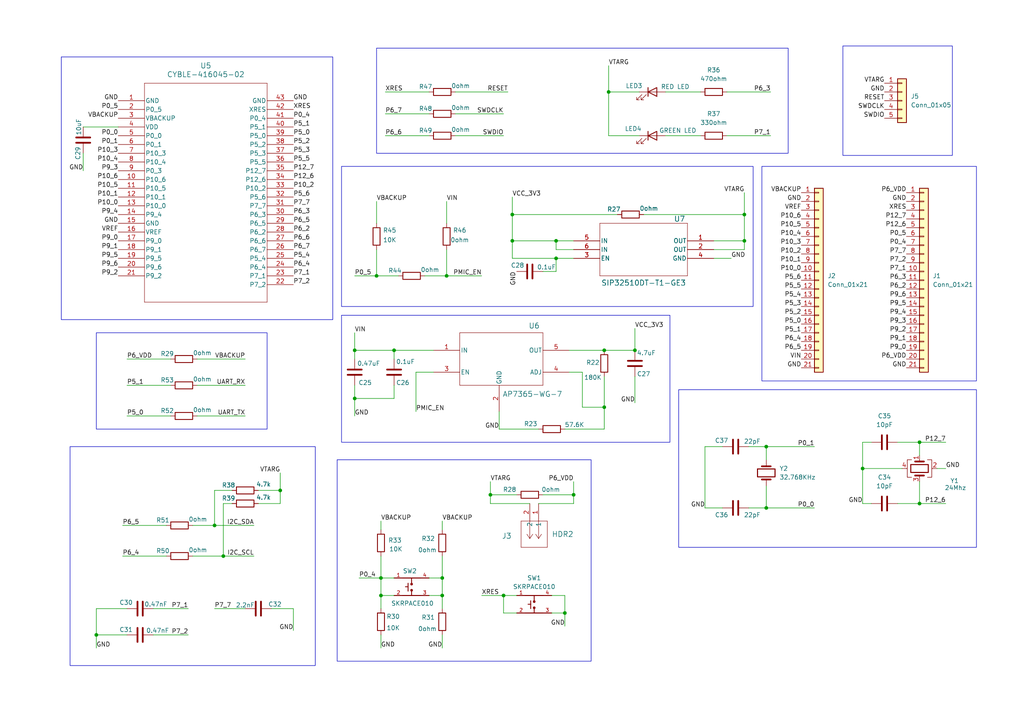
<source format=kicad_sch>
(kicad_sch (version 20250114) (generator "eeschema") (generator_version "9.0")
  (paper "A4")
  (lib_symbols
    (symbol "Connector_Generic:Conn_01x05" (pin_names (offset 1.016) (hide yes))
      (property "Reference" "J" (at 0 7.62 0))
      (property "Value" "Conn_01x05" (at 0 -7.62 0))
      (symbol "Conn_01x05_1_1"
        (rectangle (start -1.27 6.35) (end 1.27 -6.35) (stroke (width 0.254)) (fill (type background)))
        (rectangle (start -1.27 5.207) (end 0 4.953) (stroke (width 0.1524)))
        (rectangle (start -1.27 2.667) (end 0 2.413) (stroke (width 0.1524)))
        (rectangle (start -1.27 0.127) (end 0 -0.127) (stroke (width 0.1524)))
        (rectangle (start -1.27 -2.413) (end 0 -2.667) (stroke (width 0.1524)))
        (rectangle (start -1.27 -4.953) (end 0 -5.207) (stroke (width 0.1524)))
        (pin passive line (at -5.08 5.08 0) (length 3.81) (name "Pin_1") (number "1"))
        (pin passive line (at -5.08 2.54 0) (length 3.81) (name "Pin_2") (number "2"))
        (pin passive line (at -5.08 0 0) (length 3.81) (name "Pin_3") (number "3"))
        (pin passive line (at -5.08 -2.54 0) (length 3.81) (name "Pin_4") (number "4"))
        (pin passive line (at -5.08 -5.08 0) (length 3.81) (name "Pin_5") (number "5"))
      )
    )
    (symbol "Connector_Generic:Conn_01x21" (pin_names (offset 1.016) (hide yes))
      (property "Reference" "J" (at 0 27.94 0))
      (property "Value" "Conn_01x21" (at 0 -27.94 0))
      (symbol "Conn_01x21_1_1"
        (rectangle (start -1.27 26.67) (end 1.27 -26.67) (stroke (width 0.254)) (fill (type background)))
        (rectangle (start -1.27 25.527) (end 0 25.273) (stroke (width 0.1524)))
        (rectangle (start -1.27 22.987) (end 0 22.733) (stroke (width 0.1524)))
        (rectangle (start -1.27 20.447) (end 0 20.193) (stroke (width 0.1524)))
        (rectangle (start -1.27 17.907) (end 0 17.653) (stroke (width 0.1524)))
        (rectangle (start -1.27 15.367) (end 0 15.113) (stroke (width 0.1524)))
        (rectangle (start -1.27 12.827) (end 0 12.573) (stroke (width 0.1524)))
        (rectangle (start -1.27 10.287) (end 0 10.033) (stroke (width 0.1524)))
        (rectangle (start -1.27 7.747) (end 0 7.493) (stroke (width 0.1524)))
        (rectangle (start -1.27 5.207) (end 0 4.953) (stroke (width 0.1524)))
        (rectangle (start -1.27 2.667) (end 0 2.413) (stroke (width 0.1524)))
        (rectangle (start -1.27 0.127) (end 0 -0.127) (stroke (width 0.1524)))
        (rectangle (start -1.27 -2.413) (end 0 -2.667) (stroke (width 0.1524)))
        (rectangle (start -1.27 -4.953) (end 0 -5.207) (stroke (width 0.1524)))
        (rectangle (start -1.27 -7.493) (end 0 -7.747) (stroke (width 0.1524)))
        (rectangle (start -1.27 -10.033) (end 0 -10.287) (stroke (width 0.1524)))
        (rectangle (start -1.27 -12.573) (end 0 -12.827) (stroke (width 0.1524)))
        (rectangle (start -1.27 -15.113) (end 0 -15.367) (stroke (width 0.1524)))
        (rectangle (start -1.27 -17.653) (end 0 -17.907) (stroke (width 0.1524)))
        (rectangle (start -1.27 -20.193) (end 0 -20.447) (stroke (width 0.1524)))
        (rectangle (start -1.27 -22.733) (end 0 -22.987) (stroke (width 0.1524)))
        (rectangle (start -1.27 -25.273) (end 0 -25.527) (stroke (width 0.1524)))
        (pin passive line (at -5.08 25.4 0) (length 3.81) (name "Pin_1") (number "1"))
        (pin passive line (at -5.08 22.86 0) (length 3.81) (name "Pin_2") (number "2"))
        (pin passive line (at -5.08 20.32 0) (length 3.81) (name "Pin_3") (number "3"))
        (pin passive line (at -5.08 17.78 0) (length 3.81) (name "Pin_4") (number "4"))
        (pin passive line (at -5.08 15.24 0) (length 3.81) (name "Pin_5") (number "5"))
        (pin passive line (at -5.08 12.7 0) (length 3.81) (name "Pin_6") (number "6"))
        (pin passive line (at -5.08 10.16 0) (length 3.81) (name "Pin_7") (number "7"))
        (pin passive line (at -5.08 7.62 0) (length 3.81) (name "Pin_8") (number "8"))
        (pin passive line (at -5.08 5.08 0) (length 3.81) (name "Pin_9") (number "9"))
        (pin passive line (at -5.08 2.54 0) (length 3.81) (name "Pin_10") (number "10"))
        (pin passive line (at -5.08 0 0) (length 3.81) (name "Pin_11") (number "11"))
        (pin passive line (at -5.08 -2.54 0) (length 3.81) (name "Pin_12") (number "12"))
        (pin passive line (at -5.08 -5.08 0) (length 3.81) (name "Pin_13") (number "13"))
        (pin passive line (at -5.08 -7.62 0) (length 3.81) (name "Pin_14") (number "14"))
        (pin passive line (at -5.08 -10.16 0) (length 3.81) (name "Pin_15") (number "15"))
        (pin passive line (at -5.08 -12.7 0) (length 3.81) (name "Pin_16") (number "16"))
        (pin passive line (at -5.08 -15.24 0) (length 3.81) (name "Pin_17") (number "17"))
        (pin passive line (at -5.08 -17.78 0) (length 3.81) (name "Pin_18") (number "18"))
        (pin passive line (at -5.08 -20.32 0) (length 3.81) (name "Pin_19") (number "19"))
        (pin passive line (at -5.08 -22.86 0) (length 3.81) (name "Pin_20") (number "20"))
        (pin passive line (at -5.08 -25.4 0) (length 3.81) (name "Pin_21") (number "21"))
      )
    )
    (symbol "Device:C" (pin_numbers (hide yes)) (pin_names (offset 0.254))
      (property "Reference" "C" (at 0.635 2.54 0))
      (property "Value" "C" (at 0.635 -2.54 0))
      (symbol "C_0_1"
        (polyline (pts (xy -2.032 0.762) (xy 2.032 0.762)) (stroke (width 0.508)))
        (polyline (pts (xy -2.032 -0.762) (xy 2.032 -0.762)) (stroke (width 0.508)))
      )
      (symbol "C_1_1"
        (pin passive line (at 0 3.81 270) (length 2.794) (name "~") (number "1"))
        (pin passive line (at 0 -3.81 90) (length 2.794) (name "~") (number "2"))
      )
    )
    (symbol "Device:Crystal" (pin_numbers (hide yes)) (pin_names (offset 1.016) (hide yes))
      (property "Reference" "Y" (at 0 3.81 0))
      (property "Value" "Crystal" (at 0 -3.81 0))
      (symbol "Crystal_0_1"
        (polyline (pts (xy -2.54 0) (xy -1.905 0)))
        (polyline (pts (xy -1.905 -1.27) (xy -1.905 1.27)) (stroke (width 0.508)))
        (rectangle (start -1.143 2.54) (end 1.143 -2.54) (stroke (width 0.3048)))
        (polyline (pts (xy 1.905 -1.27) (xy 1.905 1.27)) (stroke (width 0.508)))
        (polyline (pts (xy 2.54 0) (xy 1.905 0)))
      )
      (symbol "Crystal_1_1"
        (pin passive line (at -3.81 0 0) (length 1.27) (name "1") (number "1"))
        (pin passive line (at 3.81 0 180) (length 1.27) (name "2") (number "2"))
      )
    )
    (symbol "Device:Crystal_GND24" (pin_names (offset 1.016) (hide yes))
      (property "Reference" "Y" (at 3.175 5.08 0))
      (property "Value" "Crystal_GND24" (at 3.175 3.175 0))
      (symbol "Crystal_GND24_0_1"
        (polyline (pts (xy -2.54 2.286) (xy -2.54 3.556) (xy 2.54 3.556) (xy 2.54 2.286)))
        (polyline (pts (xy -2.54 0) (xy -2.032 0)))
        (polyline (pts (xy -2.54 -2.286) (xy -2.54 -3.556) (xy 2.54 -3.556) (xy 2.54 -2.286)))
        (polyline (pts (xy -2.032 -1.27) (xy -2.032 1.27)) (stroke (width 0.508)))
        (rectangle (start -1.143 2.54) (end 1.143 -2.54) (stroke (width 0.3048)))
        (polyline (pts (xy 0 3.556) (xy 0 3.81)))
        (polyline (pts (xy 0 -3.81) (xy 0 -3.556)))
        (polyline (pts (xy 2.032 0) (xy 2.54 0)))
        (polyline (pts (xy 2.032 -1.27) (xy 2.032 1.27)) (stroke (width 0.508)))
      )
      (symbol "Crystal_GND24_1_1"
        (pin passive line (at -3.81 0 0) (length 1.27) (name "1") (number "1"))
        (pin passive line (at 0 5.08 270) (length 1.27) (name "2") (number "2"))
        (pin passive line (at 0 -5.08 90) (length 1.27) (name "4") (number "4"))
        (pin passive line (at 3.81 0 180) (length 1.27) (name "3") (number "3"))
      )
    )
    (symbol "Device:LED" (pin_numbers (hide yes)) (pin_names (offset 1.016) (hide yes))
      (property "Reference" "D" (at 0 2.54 0))
      (property "Value" "LED" (at 0 -2.54 0))
      (symbol "LED_0_1"
        (polyline (pts (xy -3.048 -0.762) (xy -4.572 -2.286) (xy -3.81 -2.286) (xy -4.572 -2.286) (xy -4.572 -1.524)))
        (polyline (pts (xy -1.778 -0.762) (xy -3.302 -2.286) (xy -2.54 -2.286) (xy -3.302 -2.286) (xy -3.302 -1.524)))
        (polyline (pts (xy -1.27 0) (xy 1.27 0)))
        (polyline (pts (xy -1.27 -1.27) (xy -1.27 1.27)) (stroke (width 0.254)))
        (polyline (pts (xy 1.27 -1.27) (xy 1.27 1.27) (xy -1.27 0) (xy 1.27 -1.27)) (stroke (width 0.254)))
      )
      (symbol "LED_1_1"
        (pin passive line (at -3.81 0 0) (length 2.54) (name "K") (number "1"))
        (pin passive line (at 3.81 0 180) (length 2.54) (name "A") (number "2"))
      )
    )
    (symbol "Device:R" (pin_numbers (hide yes)) (pin_names (offset 0))
      (property "Reference" "R" (at 2.032 0 90))
      (property "Value" "R" (at 0 0 90))
      (symbol "R_0_1"
        (rectangle (start -1.016 -2.54) (end 1.016 2.54) (stroke (width 0.254)))
      )
      (symbol "R_1_1"
        (pin passive line (at 0 3.81 270) (length 1.27) (name "~") (number "1"))
        (pin passive line (at 0 -3.81 90) (length 1.27) (name "~") (number "2"))
      )
    )
    (symbol "LED_1" (pin_numbers (hide yes)) (pin_names (offset 1.016) (hide yes))
      (property "Reference" "D" (at 0 2.54 0))
      (property "Value" "LED" (at 0 -2.54 0))
      (symbol "LED_1_0_1"
        (polyline (pts (xy -3.048 -0.762) (xy -4.572 -2.286) (xy -3.81 -2.286) (xy -4.572 -2.286) (xy -4.572 -1.524)))
        (polyline (pts (xy -1.778 -0.762) (xy -3.302 -2.286) (xy -2.54 -2.286) (xy -3.302 -2.286) (xy -3.302 -1.524)))
        (polyline (pts (xy -1.27 0) (xy 1.27 0)))
        (polyline (pts (xy -1.27 -1.27) (xy -1.27 1.27)) (stroke (width 0.254)))
        (polyline (pts (xy 1.27 -1.27) (xy 1.27 1.27) (xy -1.27 0) (xy 1.27 -1.27)) (stroke (width 0.254)))
      )
      (symbol "LED_1_1_1"
        (pin passive line (at -3.81 0 0) (length 2.54) (name "K") (number "1"))
        (pin passive line (at 3.81 0 180) (length 2.54) (name "A") (number "2"))
      )
    )
    (symbol "New_Library:AP7365-WG-7" (pin_names (offset 0.254))
      (property "Reference" "U" (at 27.94 1.778 0))
      (property "Value" "AP7365-WG-7" (at 28.194 -2.032 0))
      (symbol "AP7365-WG-7_0_1"
        (polyline (pts (xy 16.51 5.08) (xy 16.51 -10.16)) (stroke (width 0.127)))
        (polyline (pts (xy 16.51 -10.16) (xy 40.64 -10.16)) (stroke (width 0.127)))
        (polyline (pts (xy 40.64 5.08) (xy 16.51 5.08)) (stroke (width 0.127)))
        (polyline (pts (xy 40.64 -10.16) (xy 40.64 5.08)) (stroke (width 0.127)))
        (pin input line (at 8.89 0 0) (length 7.62) (name "IN") (number "1"))
        (pin unspecified line (at 8.89 -6.35 0) (length 7.62) (name "EN") (number "3"))
      )
      (symbol "AP7365-WG-7_1_1"
        (pin unspecified line (at 27.94 -17.78 90) (length 7.62) (name "GND") (number "2"))
        (pin unspecified line (at 48.26 0 180) (length 7.62) (name "OUT") (number "5"))
        (pin unspecified line (at 48.26 -6.35 180) (length 7.62) (name "ADJ") (number "4"))
      )
    )
    (symbol "myLibrary:961102-6404-AR" (pin_names (offset 0.254))
      (property "Reference" "J" (at 8.89 6.35 0))
      (property "Value" "961102-6404-AR" (at 0 0 0))
      (symbol "961102-6404-AR_1_1"
        (polyline (pts (xy 5.08 2.54) (xy 5.08 -5.08)) (stroke (width 0.127)))
        (polyline (pts (xy 5.08 -5.08) (xy 12.7 -5.08)) (stroke (width 0.127)))
        (polyline (pts (xy 10.16 0) (xy 5.08 0)) (stroke (width 0.127)))
        (polyline (pts (xy 10.16 0) (xy 8.89 0.8467)) (stroke (width 0.127)))
        (polyline (pts (xy 10.16 0) (xy 8.89 -0.8467)) (stroke (width 0.127)))
        (polyline (pts (xy 10.16 -2.54) (xy 5.08 -2.54)) (stroke (width 0.127)))
        (polyline (pts (xy 10.16 -2.54) (xy 8.89 -1.6933)) (stroke (width 0.127)))
        (polyline (pts (xy 10.16 -2.54) (xy 8.89 -3.3867)) (stroke (width 0.127)))
        (polyline (pts (xy 12.7 2.54) (xy 5.08 2.54)) (stroke (width 0.127)))
        (polyline (pts (xy 12.7 -5.08) (xy 12.7 2.54)) (stroke (width 0.127)))
        (pin unspecified line (at 0 0 0) (length 5.08) (name "1") (number "1"))
        (pin unspecified line (at 0 -2.54 0) (length 5.08) (name "2") (number "2"))
      )
      (symbol "961102-6404-AR_1_2"
        (polyline (pts (xy 5.08 2.54) (xy 5.08 -5.08)) (stroke (width 0.127)))
        (polyline (pts (xy 5.08 -5.08) (xy 12.7 -5.08)) (stroke (width 0.127)))
        (polyline (pts (xy 7.62 0) (xy 5.08 0)) (stroke (width 0.127)))
        (polyline (pts (xy 7.62 0) (xy 8.89 0.8467)) (stroke (width 0.127)))
        (polyline (pts (xy 7.62 0) (xy 8.89 -0.8467)) (stroke (width 0.127)))
        (polyline (pts (xy 7.62 -2.54) (xy 5.08 -2.54)) (stroke (width 0.127)))
        (polyline (pts (xy 7.62 -2.54) (xy 8.89 -1.6933)) (stroke (width 0.127)))
        (polyline (pts (xy 7.62 -2.54) (xy 8.89 -3.3867)) (stroke (width 0.127)))
        (polyline (pts (xy 12.7 2.54) (xy 5.08 2.54)) (stroke (width 0.127)))
        (polyline (pts (xy 12.7 -5.08) (xy 12.7 2.54)) (stroke (width 0.127)))
        (pin unspecified line (at 0 0 0) (length 5.08) (name "1") (number "1"))
        (pin unspecified line (at 0 -2.54 0) (length 5.08) (name "2") (number "2"))
      )
    )
    (symbol "myLibrary:CYBLE-416045-02" (pin_names (offset 0.254))
      (property "Reference" "U" (at 25.4 10.16 0))
      (property "Value" "CYBLE-416045-02" (at 25.4 7.62 0))
      (symbol "CYBLE-416045-02_0_1"
        (polyline (pts (xy 7.62 5.08) (xy 7.62 -58.42)) (stroke (width 0.127)))
        (polyline (pts (xy 7.62 -58.42) (xy 43.18 -58.42)) (stroke (width 0.127)))
        (polyline (pts (xy 43.18 5.08) (xy 7.62 5.08)) (stroke (width 0.127)))
        (polyline (pts (xy 43.18 -58.42) (xy 43.18 5.08)) (stroke (width 0.127)))
        (pin bidirectional line (at 0 -2.54 0) (length 7.62) (name "P0_5") (number "2"))
        (pin bidirectional line (at 0 -10.16 0) (length 7.62) (name "P0_0") (number "5"))
        (pin bidirectional line (at 0 -12.7 0) (length 7.62) (name "P0_1") (number "6"))
        (pin bidirectional line (at 0 -15.24 0) (length 7.62) (name "P10_3") (number "7"))
        (pin bidirectional line (at 0 -17.78 0) (length 7.62) (name "P10_4") (number "8"))
        (pin bidirectional line (at 0 -20.32 0) (length 7.62) (name "P0_3") (number "9"))
        (pin bidirectional line (at 0 -22.86 0) (length 7.62) (name "P10_6") (number "10"))
        (pin bidirectional line (at 0 -25.4 0) (length 7.62) (name "P10_5") (number "11"))
        (pin bidirectional line (at 0 -27.94 0) (length 7.62) (name "P10_1") (number "12"))
        (pin bidirectional line (at 0 -30.48 0) (length 7.62) (name "P10_0") (number "13"))
        (pin bidirectional line (at 0 -33.02 0) (length 7.62) (name "P9_4") (number "14"))
        (pin bidirectional line (at 0 -40.64 0) (length 7.62) (name "P9_0") (number "17"))
        (pin bidirectional line (at 0 -43.18 0) (length 7.62) (name "P9_1") (number "18"))
        (pin bidirectional line (at 0 -45.72 0) (length 7.62) (name "P9_5") (number "19"))
        (pin bidirectional line (at 0 -48.26 0) (length 7.62) (name "P9_6") (number "20"))
        (pin bidirectional line (at 0 -50.8 0) (length 7.62) (name "P9_2") (number "21"))
        (pin unspecified line (at 50.8 -2.54 180) (length 7.62) (name "XRES") (number "42"))
        (pin bidirectional line (at 50.8 -5.08 180) (length 7.62) (name "P0_4") (number "41"))
        (pin bidirectional line (at 50.8 -7.62 180) (length 7.62) (name "P5_1") (number "40"))
        (pin bidirectional line (at 50.8 -10.16 180) (length 7.62) (name "P5_0") (number "39"))
        (pin bidirectional line (at 50.8 -12.7 180) (length 7.62) (name "P5_2") (number "38"))
        (pin bidirectional line (at 50.8 -15.24 180) (length 7.62) (name "P5_3") (number "37"))
        (pin bidirectional line (at 50.8 -17.78 180) (length 7.62) (name "P5_5") (number "36"))
        (pin bidirectional line (at 50.8 -20.32 180) (length 7.62) (name "P12_7") (number "35"))
        (pin bidirectional line (at 50.8 -22.86 180) (length 7.62) (name "P12_6") (number "34"))
        (pin bidirectional line (at 50.8 -25.4 180) (length 7.62) (name "P10_2") (number "33"))
        (pin bidirectional line (at 50.8 -27.94 180) (length 7.62) (name "P5_6") (number "32"))
        (pin bidirectional line (at 50.8 -30.48 180) (length 7.62) (name "P7_7") (number "31"))
        (pin bidirectional line (at 50.8 -33.02 180) (length 7.62) (name "P6_3") (number "30"))
        (pin bidirectional line (at 50.8 -35.56 180) (length 7.62) (name "P6_5") (number "29"))
        (pin bidirectional line (at 50.8 -38.1 180) (length 7.62) (name "P6_2") (number "28"))
        (pin bidirectional line (at 50.8 -40.64 180) (length 7.62) (name "P6_6") (number "27"))
        (pin bidirectional line (at 50.8 -43.18 180) (length 7.62) (name "P6_7") (number "26"))
        (pin bidirectional line (at 50.8 -45.72 180) (length 7.62) (name "P5_4") (number "25"))
        (pin bidirectional line (at 50.8 -48.26 180) (length 7.62) (name "P6_4") (number "24"))
        (pin bidirectional line (at 50.8 -50.8 180) (length 7.62) (name "P7_1") (number "23"))
        (pin bidirectional line (at 50.8 -53.34 180) (length 7.62) (name "P7_2") (number "22"))
      )
      (symbol "CYBLE-416045-02_1_1"
        (pin unspecified line (at 0 0 0) (length 7.62) (name "GND") (number "1"))
        (pin unspecified line (at 0 -5.08 0) (length 7.62) (name "VBACKUP") (number "3"))
        (pin unspecified line (at 0 -7.62 0) (length 7.62) (name "VDD") (number "4"))
        (pin unspecified line (at 0 -35.56 0) (length 7.62) (name "GND") (number "15"))
        (pin unspecified line (at 0 -38.1 0) (length 7.62) (name "VREF") (number "16"))
        (pin unspecified line (at 50.8 0 180) (length 7.62) (name "GND") (number "43"))
      )
    )
    (symbol "myLibrary:SIP32510DT-T1-GE3" (pin_names (offset 0.254))
      (property "Reference" "U" (at 20.32 10.16 0))
      (property "Value" "SIP32510DT-T1-GE3" (at 20.32 7.62 0))
      (symbol "SIP32510DT-T1-GE3_0_1"
        (polyline (pts (xy 7.62 5.08) (xy 7.62 -10.16)) (stroke (width 0.127)))
        (polyline (pts (xy 7.62 -10.16) (xy 33.02 -10.16)) (stroke (width 0.127)))
        (polyline (pts (xy 33.02 5.08) (xy 7.62 5.08)) (stroke (width 0.127)))
        (polyline (pts (xy 33.02 -10.16) (xy 33.02 5.08)) (stroke (width 0.127)))
        (pin unspecified line (at 0 -5.08 0) (length 7.62) (name "EN") (number "3"))
        (pin power_out line (at 40.64 -5.08 180) (length 7.62) (name "GND") (number "4"))
      )
      (symbol "SIP32510DT-T1-GE3_1_1"
        (pin unspecified line (at 0 0 0) (length 7.62) (name "IN") (number "5"))
        (pin output line (at 0 -2.54 0) (length 7.62) (name "IN") (number "6"))
        (pin input line (at 40.64 0 180) (length 7.62) (name "OUT") (number "1"))
        (pin input line (at 40.64 -2.54 180) (length 7.62) (name "OUT") (number "2"))
      )
    )
    (symbol "myLibrary:SKRPACE010" (pin_names (offset 1.016))
      (property "Reference" "S" (at -2.5431 5.0863 0))
      (property "Value" "SKRPACE010" (at -2.5442 -5.0884 0))
      (symbol "SKRPACE010_0_0"
        (polyline (pts (xy -5.08 2.54) (xy 5.08 2.54)) (stroke (width 0.254)))
        (polyline (pts (xy -2.54 2.54) (xy 0 2.54)) (stroke (width 0.254)))
        (polyline (pts (xy -2.54 -2.54) (xy 0 -2.54)) (stroke (width 0.254)))
        (polyline (pts (xy -1.016 1.016) (xy -1.016 0)) (stroke (width 0.254)))
        (polyline (pts (xy -1.016 0) (xy -1.778 0)) (stroke (width 0.254)))
        (polyline (pts (xy -1.016 0) (xy -1.016 -1.27)) (stroke (width 0.254)))
        (polyline (pts (xy 0 2.54) (xy 2.54 2.54)) (stroke (width 0.254)))
        (circle (center 0 0.762) (radius 0.254) (stroke (width 0.254)))
        (polyline (pts (xy 0 0.762) (xy 0 2.54)) (stroke (width 0.254)))
        (polyline (pts (xy 0 -1.016) (xy 0 -2.54)) (stroke (width 0.254)))
        (circle (center 0 -1.016) (radius 0.254) (stroke (width 0.254)))
        (polyline (pts (xy 0 -2.54) (xy 2.54 -2.54)) (stroke (width 0.254)))
        (polyline (pts (xy 5.08 -2.54) (xy -5.08 -2.54)) (stroke (width 0.254)))
        (pin bidirectional line (at -5.08 2.54 0) (length 2.54) (name "~") (number "1"))
      )
      (symbol "SKRPACE010_1_0"
        (pin bidirectional line (at -5.08 -2.54 0) (length 2.54) (name "~") (number "2"))
        (pin bidirectional line (at 5.08 2.54 180) (length 2.54) (name "~") (number "4"))
        (pin bidirectional line (at 5.08 -2.54 180) (length 2.54) (name "~") (number "3"))
      )
    )
  )
  (rectangle (start 20.32 129.54) (end 91.44 193.04))
  (rectangle (start 220.98 48.26) (end 283.21 110.49))
  (rectangle (start 17.78 16.51) (end 96.52 92.71))
  (rectangle (start 109.22 13.97) (end 228.6 44.45))
  (rectangle (start 97.79 133.35) (end 171.45 191.77))
  (rectangle (start 27.94 96.52) (end 77.47 124.46))
  (rectangle (start 99.06 91.44) (end 194.31 128.27))
  (rectangle (start 196.85 113.03) (end 283.21 158.75))
  (rectangle (start 244.475 13.335) (end 276.225 45.085))
  (rectangle (start 99.06 48.26) (end 218.44 88.9))
  (junction (at 148.59 69.85))
  (junction (at 175.26 101.6))
  (junction (at 102.87 101.6))
  (junction (at 128.27 172.72))
  (junction (at 163.83 177.8))
  (junction (at 27.94 184.15))
  (junction (at 64.77 161.29))
  (junction (at 81.28 142.24))
  (junction (at 110.49 172.72))
  (junction (at 146.05 172.72))
  (junction (at 166.37 143.51))
  (junction (at 62.23 152.4))
  (junction (at 222.25 129.54))
  (junction (at 109.22 80.01))
  (junction (at 129.54 80.01))
  (junction (at 266.7 128.27))
  (junction (at 148.59 62.23))
  (junction (at 102.87 115.57))
  (junction (at 266.7 146.05))
  (junction (at 128.27 167.64))
  (junction (at 161.29 69.85))
  (junction (at 215.9 69.85))
  (junction (at 175.26 118.11))
  (junction (at 184.15 101.6))
  (junction (at 114.3 101.6))
  (junction (at 110.49 167.64))
  (junction (at 161.29 74.93))
  (junction (at 222.25 147.32))
  (junction (at 250.19 135.89))
  (junction (at 215.9 62.23))
  (junction (at 142.24 143.51))
  (junction (at 176.53 26.67))
  (wire (pts (xy 176.53 26.67) (xy 185.42 26.67)))
  (wire (pts (xy 129.54 80.01) (xy 139.7 80.01)))
  (wire (pts (xy 161.29 69.85) (xy 148.59 69.85)))
  (wire (pts (xy 128.27 151.13) (xy 128.27 153.67)))
  (wire (pts (xy 74.93 146.05) (xy 81.28 146.05)))
  (wire (pts (xy 266.7 146.05) (xy 260.35 146.05)))
  (wire (pts (xy 175.26 101.6) (xy 184.15 101.6)))
  (wire (pts (xy 109.22 80.01) (xy 115.57 80.01)))
  (wire (pts (xy 102.87 80.01) (xy 109.22 80.01)))
  (wire (pts (xy 114.3 101.6) (xy 125.73 101.6)))
  (wire (pts (xy 175.26 109.22) (xy 175.26 118.11)))
  (wire (pts (xy 128.27 172.72) (xy 124.46 172.72)))
  (wire (pts (xy 57.15 111.76) (xy 71.12 111.76)))
  (wire (pts (xy 81.28 142.24) (xy 81.28 146.05)))
  (wire (pts (xy 27.94 184.15) (xy 27.94 187.96)))
  (wire (pts (xy 160.02 177.8) (xy 163.83 177.8)))
  (wire (pts (xy 64.77 146.05) (xy 67.31 146.05)))
  (wire (pts (xy 165.1 107.95) (xy 168.91 107.95)))
  (wire (pts (xy 62.23 152.4) (xy 73.66 152.4)))
  (wire (pts (xy 161.29 74.93) (xy 161.29 78.74)))
  (wire (pts (xy 193.04 39.37) (xy 203.2 39.37)))
  (wire (pts (xy 144.78 124.46) (xy 156.21 124.46)))
  (wire (pts (xy 210.82 39.37) (xy 223.52 39.37)))
  (wire (pts (xy 207.01 69.85) (xy 215.9 69.85)))
  (wire (pts (xy 123.19 80.01) (xy 129.54 80.01)))
  (wire (pts (xy 166.37 143.51) (xy 166.37 146.05)))
  (wire (pts (xy 161.29 69.85) (xy 161.29 72.39)))
  (wire (pts (xy 132.08 26.67) (xy 147.32 26.67)))
  (wire (pts (xy 222.25 140.97) (xy 222.25 147.32)))
  (wire (pts (xy 146.05 172.72) (xy 146.05 177.8)))
  (wire (pts (xy 148.59 62.23) (xy 148.59 69.85)))
  (wire (pts (xy 210.82 26.67) (xy 223.52 26.67)))
  (wire (pts (xy 110.49 172.72) (xy 110.49 176.53)))
  (wire (pts (xy 176.53 26.67) (xy 176.53 39.37)))
  (wire (pts (xy 27.94 176.53) (xy 27.94 184.15)))
  (wire (pts (xy 266.7 128.27) (xy 266.7 132.08)))
  (wire (pts (xy 215.9 69.85) (xy 215.9 72.39)))
  (wire (pts (xy 142.24 143.51) (xy 149.86 143.51)))
  (wire (pts (xy 160.02 172.72) (xy 163.83 172.72)))
  (wire (pts (xy 157.48 143.51) (xy 166.37 143.51)))
  (wire (pts (xy 129.54 72.39) (xy 129.54 80.01)))
  (wire (pts (xy 153.67 146.05) (xy 142.24 146.05)))
  (wire (pts (xy 111.76 26.67) (xy 124.46 26.67)))
  (wire (pts (xy 204.47 147.32) (xy 209.55 147.32)))
  (wire (pts (xy 81.28 137.16) (xy 81.28 142.24)))
  (wire (pts (xy 114.3 104.14) (xy 114.3 101.6)))
  (wire (pts (xy 184.15 109.22) (xy 184.15 116.84)))
  (wire (pts (xy 222.25 129.54) (xy 236.22 129.54)))
  (wire (pts (xy 163.83 172.72) (xy 163.83 177.8)))
  (wire (pts (xy 109.22 58.42) (xy 109.22 64.77)))
  (wire (pts (xy 217.17 147.32) (xy 222.25 147.32)))
  (wire (pts (xy 128.27 167.64) (xy 128.27 172.72)))
  (wire (pts (xy 111.76 33.02) (xy 124.46 33.02)))
  (wire (pts (xy 166.37 69.85) (xy 161.29 69.85)))
  (wire (pts (xy 193.04 26.67) (xy 203.2 26.67)))
  (wire (pts (xy 185.42 39.37) (xy 176.53 39.37)))
  (wire (pts (xy 204.47 129.54) (xy 204.47 147.32)))
  (wire (pts (xy 109.22 72.39) (xy 109.22 80.01)))
  (wire (pts (xy 271.78 135.89) (xy 274.32 135.89)))
  (wire (pts (xy 35.56 161.29) (xy 48.26 161.29)))
  (wire (pts (xy 129.54 58.42) (xy 129.54 64.77)))
  (wire (pts (xy 102.87 104.14) (xy 102.87 101.6)))
  (wire (pts (xy 250.19 135.89) (xy 250.19 146.05)))
  (wire (pts (xy 128.27 187.96) (xy 128.27 184.15)))
  (wire (pts (xy 102.87 96.52) (xy 102.87 101.6)))
  (wire (pts (xy 124.46 167.64) (xy 128.27 167.64)))
  (wire (pts (xy 110.49 161.29) (xy 110.49 167.64)))
  (wire (pts (xy 215.9 72.39) (xy 207.01 72.39)))
  (wire (pts (xy 144.78 119.38) (xy 144.78 124.46)))
  (wire (pts (xy 104.14 167.64) (xy 110.49 167.64)))
  (wire (pts (xy 64.77 161.29) (xy 73.66 161.29)))
  (wire (pts (xy 250.19 135.89) (xy 261.62 135.89)))
  (wire (pts (xy 176.53 19.05) (xy 176.53 26.67)))
  (wire (pts (xy 148.59 62.23) (xy 179.07 62.23)))
  (wire (pts (xy 163.83 124.46) (xy 175.26 124.46)))
  (wire (pts (xy 110.49 187.96) (xy 110.49 184.15)))
  (wire (pts (xy 102.87 101.6) (xy 114.3 101.6)))
  (wire (pts (xy 142.24 146.05) (xy 142.24 143.51)))
  (wire (pts (xy 36.83 176.53) (xy 27.94 176.53)))
  (wire (pts (xy 252.73 128.27) (xy 250.19 128.27)))
  (wire (pts (xy 55.88 161.29) (xy 64.77 161.29)))
  (wire (pts (xy 128.27 172.72) (xy 128.27 176.53)))
  (wire (pts (xy 62.23 142.24) (xy 67.31 142.24)))
  (wire (pts (xy 222.25 129.54) (xy 222.25 133.35)))
  (wire (pts (xy 165.1 101.6) (xy 175.26 101.6)))
  (wire (pts (xy 222.25 147.32) (xy 236.22 147.32)))
  (wire (pts (xy 85.09 176.53) (xy 85.09 182.88)))
  (wire (pts (xy 110.49 151.13) (xy 110.49 153.67)))
  (wire (pts (xy 166.37 139.7) (xy 166.37 143.51)))
  (wire (pts (xy 111.76 39.37) (xy 124.46 39.37)))
  (wire (pts (xy 217.17 129.54) (xy 222.25 129.54)))
  (wire (pts (xy 120.65 107.95) (xy 120.65 119.38)))
  (wire (pts (xy 148.59 57.15) (xy 148.59 62.23)))
  (wire (pts (xy 35.56 152.4) (xy 48.26 152.4)))
  (wire (pts (xy 250.19 128.27) (xy 250.19 135.89)))
  (wire (pts (xy 266.7 128.27) (xy 274.32 128.27)))
  (wire (pts (xy 148.59 74.93) (xy 161.29 74.93)))
  (wire (pts (xy 27.94 184.15) (xy 36.83 184.15)))
  (wire (pts (xy 62.23 152.4) (xy 62.23 142.24)))
  (wire (pts (xy 128.27 161.29) (xy 128.27 167.64)))
  (wire (pts (xy 168.91 107.95) (xy 168.91 118.11)))
  (wire (pts (xy 24.13 44.45) (xy 24.13 49.53)))
  (wire (pts (xy 36.83 120.65) (xy 49.53 120.65)))
  (wire (pts (xy 62.23 176.53) (xy 71.12 176.53)))
  (wire (pts (xy 125.73 107.95) (xy 120.65 107.95)))
  (wire (pts (xy 215.9 62.23) (xy 215.9 69.85)))
  (wire (pts (xy 110.49 172.72) (xy 114.3 172.72)))
  (wire (pts (xy 132.08 39.37) (xy 146.05 39.37)))
  (wire (pts (xy 260.35 128.27) (xy 266.7 128.27)))
  (wire (pts (xy 64.77 161.29) (xy 64.77 146.05)))
  (wire (pts (xy 168.91 118.11) (xy 175.26 118.11)))
  (wire (pts (xy 114.3 115.57) (xy 102.87 115.57)))
  (wire (pts (xy 139.7 172.72) (xy 146.05 172.72)))
  (wire (pts (xy 266.7 139.7) (xy 266.7 146.05)))
  (wire (pts (xy 57.15 104.14) (xy 71.12 104.14)))
  (wire (pts (xy 142.24 143.51) (xy 142.24 139.7)))
  (wire (pts (xy 102.87 115.57) (xy 102.87 111.76)))
  (wire (pts (xy 74.93 142.24) (xy 81.28 142.24)))
  (wire (pts (xy 184.15 95.25) (xy 184.15 101.6)))
  (wire (pts (xy 207.01 74.93) (xy 212.09 74.93)))
  (wire (pts (xy 44.45 184.15) (xy 54.61 184.15)))
  (wire (pts (xy 102.87 115.57) (xy 102.87 120.65)))
  (wire (pts (xy 132.08 33.02) (xy 146.05 33.02)))
  (wire (pts (xy 146.05 177.8) (xy 149.86 177.8)))
  (wire (pts (xy 161.29 74.93) (xy 166.37 74.93)))
  (wire (pts (xy 209.55 129.54) (xy 204.47 129.54)))
  (wire (pts (xy 157.48 78.74) (xy 161.29 78.74)))
  (wire (pts (xy 114.3 111.76) (xy 114.3 115.57)))
  (wire (pts (xy 149.86 172.72) (xy 146.05 172.72)))
  (wire (pts (xy 175.26 118.11) (xy 175.26 124.46)))
  (wire (pts (xy 186.69 62.23) (xy 215.9 62.23)))
  (wire (pts (xy 24.13 36.83) (xy 34.29 36.83)))
  (wire (pts (xy 110.49 167.64) (xy 110.49 172.72)))
  (wire (pts (xy 78.74 176.53) (xy 85.09 176.53)))
  (wire (pts (xy 36.83 104.14) (xy 49.53 104.14)))
  (wire (pts (xy 114.3 167.64) (xy 110.49 167.64)))
  (wire (pts (xy 215.9 55.88) (xy 215.9 62.23)))
  (wire (pts (xy 55.88 152.4) (xy 62.23 152.4)))
  (wire (pts (xy 36.83 111.76) (xy 49.53 111.76)))
  (wire (pts (xy 250.19 146.05) (xy 252.73 146.05)))
  (wire (pts (xy 44.45 176.53) (xy 54.61 176.53)))
  (wire (pts (xy 266.7 146.05) (xy 274.32 146.05)))
  (wire (pts (xy 163.83 177.8) (xy 163.83 181.61)))
  (wire (pts (xy 148.59 69.85) (xy 148.59 74.93)))
  (wire (pts (xy 57.15 120.65) (xy 71.12 120.65)))
  (wire (pts (xy 161.29 72.39) (xy 166.37 72.39)))
  (wire (pts (xy 156.21 146.05) (xy 166.37 146.05)))
  (label "P5_4" (at 85.09 74.93 0))
  (label "VIN" (at 102.87 96.52 0))
  (label "P6_VDD" (at 262.89 104.14 180))
  (label "GND" (at 149.86 78.74 270))
  (label "GND" (at 232.41 106.68 180))
  (label "VREF" (at 34.29 67.31 180))
  (label "P0_5" (at 262.89 68.58 180))
  (label "P5_3" (at 232.41 88.9 180))
  (label "P9_6" (at 262.89 86.36 180))
  (label "P6_5" (at 35.56 152.4 0))
  (label "P6_3" (at 262.89 81.28 180))
  (label "VCC_3V3" (at 148.59 57.15 0))
  (label "GND" (at 212.09 74.93 0))
  (label "P7_7" (at 262.89 73.66 180))
  (label "P9_0" (at 262.89 101.6 180))
  (label "P9_1" (at 34.29 72.39 180))
  (label "GND" (at 110.49 187.96 0))
  (label "P5_4" (at 232.41 86.36 180))
  (label "GND" (at 102.87 120.65 0))
  (label "P0_1" (at 236.22 129.54 180))
  (label "P5_6" (at 85.09 57.15 0))
  (label "P0_5" (at 102.87 80.01 0))
  (label "P10_6" (at 232.41 63.5 180))
  (label "GND" (at 250.19 146.05 180))
  (label "P10_3" (at 34.29 44.45 180))
  (label "GND" (at 204.47 147.32 180))
  (label "VTARG" (at 81.28 137.16 180))
  (label "GND" (at 85.09 29.21 0))
  (label "P9_0" (at 34.29 69.85 180))
  (label "P6_2" (at 262.89 83.82 180))
  (label "XRES" (at 85.09 31.75 0))
  (label "P0_4" (at 85.09 34.29 0))
  (label "P7_1" (at 54.61 176.53 180))
  (label "PMIC_EN" (at 120.65 119.38 0))
  (label "P6_VDD" (at 36.83 104.14 0))
  (label "P9_2" (at 262.89 96.52 180))
  (label "P10_1" (at 232.41 76.2 180))
  (label "P7_7" (at 85.09 59.69 0))
  (label "P5_1" (at 36.83 111.76 0))
  (label "VBACKUP" (at 110.49 151.13 0))
  (label "P9_3" (at 262.89 93.98 180))
  (label "VCC_3V3" (at 184.15 95.25 0))
  (label "P5_1" (at 85.09 36.83 0))
  (label "VBACKUP" (at 232.41 55.88 180))
  (label "P6_VDD" (at 166.37 139.7 180))
  (label "GND" (at 163.83 181.61 180))
  (label "XRES" (at 111.76 26.67 0))
  (label "P0_1" (at 34.29 41.91 180))
  (label "P7_1" (at 262.89 78.74 180))
  (label "P0_5" (at 34.29 31.75 180))
  (label "P10_3" (at 232.41 71.12 180))
  (label "P10_4" (at 232.41 68.58 180))
  (label "VBACKUP" (at 71.12 104.14 180))
  (label "UART_RX" (at 71.12 111.76 180))
  (label "GND" (at 34.29 64.77 180))
  (label "P5_2" (at 232.41 91.44 180))
  (label "GND" (at 144.78 124.46 180))
  (label "P12_7" (at 262.89 63.5 180))
  (label "VTARG" (at 215.9 55.88 180))
  (label "P10_2" (at 232.41 73.66 180))
  (label "GND" (at 256.54 26.67 180))
  (label "P7_1" (at 85.09 80.01 0))
  (label "VIN" (at 129.54 58.42 0))
  (label "P6_5" (at 85.09 64.77 0))
  (label "P10_2" (at 85.09 54.61 0))
  (label "SWDIO" (at 146.05 39.37 180))
  (label "XRES" (at 262.89 60.96 180))
  (label "P0_4" (at 104.14 167.64 0))
  (label "P7_7" (at 62.23 176.53 0))
  (label "VTARG" (at 256.54 24.13 180))
  (label "P5_2" (at 85.09 41.91 0))
  (label "P5_5" (at 232.41 83.82 180))
  (label "P6_7" (at 85.09 72.39 0))
  (label "P5_1" (at 232.41 96.52 180))
  (label "VBACKUP" (at 128.27 151.13 0))
  (label "P5_0" (at 232.41 93.98 180))
  (label "P10_6" (at 34.29 52.07 180))
  (label "P6_4" (at 232.41 99.06 180))
  (label "P10_1" (at 34.29 57.15 180))
  (label "GND" (at 262.89 58.42 180))
  (label "P6_6" (at 111.76 39.37 0))
  (label "P12_7" (at 274.32 128.27 180))
  (label "P9_5" (at 34.29 74.93 180))
  (label "P7_2" (at 85.09 82.55 0))
  (label "P9_6" (at 34.29 77.47 180))
  (label "P7_2" (at 262.89 76.2 180))
  (label "I2C_SCL" (at 73.66 161.29 180))
  (label "P6_5" (at 232.41 101.6 180))
  (label "P10_5" (at 232.41 66.04 180))
  (label "P6_7" (at 111.76 33.02 0))
  (label "GND" (at 262.89 106.68 180))
  (label "GND" (at 85.09 182.88 180))
  (label "SWDCLK" (at 146.05 33.02 180))
  (label "P12_7" (at 85.09 49.53 0))
  (label "P9_2" (at 34.29 80.01 180))
  (label "P5_6" (at 232.41 81.28 180))
  (label "GND" (at 232.41 58.42 180))
  (label "P6_4" (at 85.09 77.47 0))
  (label "GND" (at 274.32 135.89 0))
  (label "P10_5" (at 34.29 54.61 180))
  (label "SWDIO" (at 256.54 34.29 180))
  (label "P10_0" (at 34.29 59.69 180))
  (label "P0_0" (at 236.22 147.32 180))
  (label "P9_4" (at 262.89 91.44 180))
  (label "P0_0" (at 34.29 39.37 180))
  (label "XRES" (at 139.7 172.72 0))
  (label "P5_5" (at 85.09 46.99 0))
  (label "GND" (at 27.94 187.96 0))
  (label "P6_4" (at 35.56 161.29 0))
  (label "VTARG" (at 142.24 139.7 0))
  (label "P10_0" (at 232.41 78.74 180))
  (label "P6_3" (at 223.52 26.67 180))
  (label "P5_0" (at 36.83 120.65 0))
  (label "P9_3" (at 34.29 49.53 180))
  (label "P6_3" (at 85.09 62.23 0))
  (label "P0_4" (at 262.89 71.12 180))
  (label "P6_VDD" (at 262.89 55.88 180))
  (label "VBACKUP" (at 109.22 58.42 0))
  (label "VTARG" (at 176.53 19.05 0))
  (label "PMIC_EN" (at 139.7 80.01 180))
  (label "P12_6" (at 85.09 52.07 0))
  (label "VBACKUP" (at 34.29 34.29 180))
  (label "P12_6" (at 274.32 146.05 180))
  (label "P6_2" (at 85.09 67.31 0))
  (label "GND" (at 24.13 49.53 180))
  (label "P9_1" (at 262.89 99.06 180))
  (label "SWDCLK" (at 256.54 31.75 180))
  (label "VREF" (at 232.41 60.96 180))
  (label "UART_TX" (at 71.12 120.65 180))
  (label "P9_5" (at 262.89 88.9 180))
  (label "P7_2" (at 54.61 184.15 180))
  (label "GND" (at 128.27 187.96 180))
  (label "P12_6" (at 262.89 66.04 180))
  (label "P10_4" (at 34.29 46.99 180))
  (label "VIN" (at 232.41 104.14 180))
  (label "RESET" (at 147.32 26.67 180))
  (label "I2C_SDA" (at 73.66 152.4 180))
  (label "GND" (at 184.15 116.84 180))
  (label "P9_4" (at 34.29 62.23 180))
  (label "P5_0" (at 85.09 39.37 0))
  (label "P5_3" (at 85.09 44.45 0))
  (label "GND" (at 34.29 29.21 180))
  (label "P7_1" (at 223.52 39.37 180))
  (label "P6_6" (at 85.09 69.85 0))
  (label "RESET" (at 256.54 29.21 180))
  (symbol (lib_id "Device:R") (at 119.38 80.01 90) (unit 1)
    (property "Reference" "R44" (at 114.554 78.486 90))
    (property "Value" "0ohm" (at 124.714 78.232 90))
    (property "Footprint" "Library:RES_R0603_ROM" (effects (hide yes)))
    (property "Description" "Resistor" (effects (hide yes)))
  )
  (symbol (lib_id "Device:R") (at 175.26 105.41 180) (unit 1)
    (property "Reference" "R22" (at 171.958 105.156 0))
    (property "Value" "180K" (at 171.958 109.474 0))
    (property "Footprint" "Library:RES_R0603_ROM" (effects (hide yes)))
    (property "Description" "Resistor" (effects (hide yes)))
  )
  (symbol (lib_id "Connector_Generic:Conn_01x05") (at 261.62 29.21 0) (unit 1)
    (property "Reference" "J5" (at 264.16 27.9399 0) (effects (justify left)))
    (property "Value" "Conn_01x05" (at 264.16 30.4799 0) (effects (justify left)))
    (property "Footprint" "A_Library:CONN_SD-42375-001_M240_05_MOL" (effects (hide yes)))
    (property "Description" "Generic connector, single row, 01x05, script generated (kicad-library-utils/schlib/autogen/connector/)" (effects (hide yes)))
  )
  (symbol (lib_id "Device:R") (at 128.27 157.48 180) (unit 1)
    (property "Reference" "R32" (at 124.206 156.21 0))
    (property "Value" "0ohm" (at 123.952 159.512 0))
    (property "Footprint" "Library:RES_R0603_ROM" (effects (hide yes)))
    (property "Description" "Resistor" (effects (hide yes)))
  )
  (symbol (lib_id "Device:R") (at 53.34 104.14 90) (unit 1)
    (property "Reference" "R29" (at 48.514 102.616 90))
    (property "Value" "0ohm" (at 58.674 102.362 90))
    (property "Footprint" "Library:RES_R0603_ROM" (effects (hide yes)))
    (property "Description" "Resistor" (effects (hide yes)))
  )
  (symbol (lib_id "Device:R") (at 53.34 111.76 90) (unit 1)
    (property "Reference" "R53" (at 48.514 110.236 90))
    (property "Value" "0ohm" (at 58.674 109.982 90))
    (property "Footprint" "Library:RES_R0603_ROM" (effects (hide yes)))
    (property "Description" "Resistor" (effects (hide yes)))
  )
  (symbol (lib_id "Device:R") (at 71.12 142.24 90) (unit 1)
    (property "Reference" "R38" (at 66.294 140.716 90))
    (property "Value" "4.7k" (at 76.454 140.462 90))
    (property "Footprint" "Library:RES_R0603_ROM" (effects (hide yes)))
    (property "Description" "Resistor" (effects (hide yes)))
  )
  (symbol (lib_id "Connector_Generic:Conn_01x21") (at 237.49 81.28 0) (unit 1)
    (property "Reference" "J2" (at 240.03 80.0099 0) (effects (justify left)))
    (property "Value" "Conn_01x21" (at 240.03 82.5499 0) (effects (justify left)))
    (property "Footprint" "A_Library:SAMTEC_TSW-121-08-G-S" (effects (hide yes)))
    (property "Description" "Generic connector, single row, 01x21, script generated (kicad-library-utils/schlib/autogen/connector/)" (effects (hide yes)))
  )
  (symbol (lib_id "Device:R") (at 153.67 143.51 90) (unit 1)
    (property "Reference" "R28" (at 147.828 141.986 90))
    (property "Value" "0ohm" (at 159.766 141.986 90))
    (property "Footprint" "Library:RES_R0603_ROM" (effects (hide yes)))
    (property "Description" "Resistor" (effects (hide yes)))
  )
  (symbol (lib_id "New_Library:AP7365-WG-7") (at 116.84 101.6 0) (unit 1)
    (property "Reference" "U6" (at 154.94 94.488 0) (effects (font (size 1.524 1.524))))
    (property "Value" "AP7365-WG-7" (at 154.432 114.3 0) (effects (font (size 1.524 1.524))))
    (property "Footprint" "A_Library:SOT25_DIO" (effects (hide yes)))
    (property "Datasheet" "AP7365-WG-7" (effects (hide yes)))
  )
  (symbol (lib_id "Device:R") (at 128.27 180.34 180) (unit 1)
    (property "Reference" "R31" (at 124.206 179.07 0))
    (property "Value" "0ohm" (at 123.952 182.372 0))
    (property "Footprint" "Library:RES_R0603_ROM" (effects (hide yes)))
    (property "Description" "Resistor" (effects (hide yes)))
  )
  (symbol (lib_id "Device:R") (at 110.49 157.48 180) (unit 1)
    (property "Reference" "R33" (at 114.554 156.718 0))
    (property "Value" "10K" (at 114.808 159.258 0))
    (property "Footprint" "Library:RES_R0603_ROM" (effects (hide yes)))
    (property "Description" "Resistor" (effects (hide yes)))
  )
  (symbol (lib_id "Device:C") (at 256.54 146.05 90) (unit 1)
    (property "Reference" "C34" (at 256.54 138.43 90))
    (property "Value" "10pF" (at 256.54 140.97 90))
    (property "Footprint" "Capacitor_SMD:C_0603_1608Metric_Pad1.08x0.95mm_HandSolder" (effects (hide yes)))
    (property "Description" "Unpolarized capacitor" (effects (hide yes)))
  )
  (symbol (lib_id "Device:R") (at 110.49 180.34 180) (unit 1)
    (property "Reference" "R30" (at 114.046 178.816 0))
    (property "Value" "10K" (at 114.046 182.118 0))
    (property "Footprint" "Library:RES_R0603_ROM" (effects (hide yes)))
    (property "Description" "Resistor" (effects (hide yes)))
  )
  (symbol (lib_id "Device:R") (at 128.27 39.37 90) (unit 1)
    (property "Reference" "R49" (at 123.444 37.846 90))
    (property "Value" "0ohm" (at 133.604 37.592 90))
    (property "Footprint" "Library:RES_R0603_ROM" (effects (hide yes)))
    (property "Description" "Resistor" (effects (hide yes)))
  )
  (symbol (lib_id "Device:LED") (at 189.23 26.67 0) (unit 1)
    (property "Reference" "LED3" (at 183.896 24.892 0))
    (property "Value" "RED LED" (at 195.834 25.146 0))
    (property "Footprint" "LED_SMD:LED_0603_1608Metric_Pad1.05x0.95mm_HandSolder" (effects (hide yes)))
    (property "Description" "Light emitting diode" (effects (hide yes)))
    (property "Sim.Pins" "1=K 2=A" (effects (hide yes)))
  )
  (symbol (lib_name "LED_1") (lib_id "Device:LED") (at 189.23 39.37 0) (unit 1)
    (property "Reference" "LED4" (at 183.642 37.338 0))
    (property "Value" "GREEN LED" (at 196.596 37.846 0))
    (property "Footprint" "LED_SMD:LED_0603_1608Metric_Pad1.05x0.95mm_HandSolder" (effects (hide yes)))
    (property "Description" "Light emitting diode" (effects (hide yes)))
    (property "Sim.Pins" "1=K 2=A" (effects (hide yes)))
  )
  (symbol (lib_id "Device:R") (at 128.27 33.02 90) (unit 1)
    (property "Reference" "R48" (at 123.444 31.496 90))
    (property "Value" "0ohm" (at 133.604 31.242 90))
    (property "Footprint" "Library:RES_R0603_ROM" (effects (hide yes)))
    (property "Description" "Resistor" (effects (hide yes)))
  )
  (symbol (lib_id "myLibrary:961102-6404-AR") (at 156.21 146.05 270) (unit 1)
    (property "Reference" "J3" (at 145.542 155.448 90) (effects (font (size 1.524 1.524)) (justify left)))
    (property "Value" "HDR2" (at 160.02 154.94 90) (effects (font (size 1.524 1.524)) (justify left)))
    (property "Footprint" "A_Library:CONN_961102-6404-AR_3MM" (effects (hide yes)))
    (property "Datasheet" "961102-6404-AR" (effects (hide yes)))
  )
  (symbol (lib_id "Device:C") (at 102.87 107.95 180) (unit 1)
    (property "Reference" "C25" (at 105.918 110.998 0))
    (property "Value" "0.47uF" (at 106.934 105.41 0))
    (property "Footprint" "Library:CAPC1608X90N" (effects (hide yes)))
    (property "Description" "Unpolarized capacitor" (effects (hide yes)))
  )
  (symbol (lib_id "Device:R") (at 52.07 161.29 90) (unit 1)
    (property "Reference" "R50" (at 47.244 159.766 90))
    (property "Value" "0ohm" (at 57.404 159.512 90))
    (property "Footprint" "Library:RES_R0603_ROM" (effects (hide yes)))
    (property "Description" "Resistor" (effects (hide yes)))
  )
  (symbol (lib_id "Device:R") (at 207.01 39.37 90) (unit 1)
    (property "Reference" "R37" (at 207.01 33.02 90))
    (property "Value" "330ohm" (at 207.01 35.56 90))
    (property "Footprint" "Resistor_SMD:R_0603_1608Metric_Pad0.98x0.95mm_HandSolder" (effects (hide yes)))
    (property "Description" "Resistor" (effects (hide yes)))
  )
  (symbol (lib_id "Device:R") (at 52.07 152.4 90) (unit 1)
    (property "Reference" "R51" (at 47.244 150.876 90))
    (property "Value" "0ohm" (at 57.404 150.622 90))
    (property "Footprint" "Library:RES_R0603_ROM" (effects (hide yes)))
    (property "Description" "Resistor" (effects (hide yes)))
  )
  (symbol (lib_id "myLibrary:SIP32510DT-T1-GE3") (at 166.37 69.85 0) (unit 1)
    (property "Reference" "U7" (at 197.104 63.5 0) (effects (font (size 1.524 1.524))))
    (property "Value" "SIP32510DT-T1-GE3" (at 186.69 82.042 0) (effects (font (size 1.524 1.524))))
    (property "Footprint" "A_Library:SIP32510DT-T1-GE3_VIS" (effects (hide yes)))
    (property "Datasheet" "SIP32510DT-T1-GE3" (effects (hide yes)))
  )
  (symbol (lib_id "Device:R") (at 53.34 120.65 90) (unit 1)
    (property "Reference" "R52" (at 48.514 119.126 90))
    (property "Value" "0ohm" (at 58.674 118.872 90))
    (property "Footprint" "Library:RES_R0603_ROM" (effects (hide yes)))
    (property "Description" "Resistor" (effects (hide yes)))
  )
  (symbol (lib_id "Device:C") (at 40.64 176.53 90) (unit 1)
    (property "Reference" "C30" (at 36.576 174.752 90))
    (property "Value" "0.47nF" (at 45.212 175.26 90))
    (property "Footprint" "Library:CAPC1608X90N" (effects (hide yes)))
    (property "Description" "Unpolarized capacitor" (effects (hide yes)))
  )
  (symbol (lib_id "Device:R") (at 160.02 124.46 270) (unit 1)
    (property "Reference" "R23" (at 153.924 122.936 90))
    (property "Value" "57.6K" (at 166.624 123.19 90))
    (property "Footprint" "Library:RES_R0603_ROM" (effects (hide yes)))
    (property "Description" "Resistor" (effects (hide yes)))
  )
  (symbol (lib_id "Connector_Generic:Conn_01x21") (at 267.97 81.28 0) (unit 1)
    (property "Reference" "J1" (at 270.51 80.0099 0) (effects (justify left)))
    (property "Value" "Conn_01x21" (at 270.51 82.5499 0) (effects (justify left)))
    (property "Footprint" "A_Library:SAMTEC_TSW-121-08-G-S" (effects (hide yes)))
    (property "Description" "Generic connector, single row, 01x21, script generated (kicad-library-utils/schlib/autogen/connector/)" (effects (hide yes)))
  )
  (symbol (lib_id "Device:C") (at 40.64 184.15 90) (unit 1)
    (property "Reference" "C31" (at 36.576 182.626 90))
    (property "Value" "0.47nF" (at 45.72 182.88 90))
    (property "Footprint" "Library:CAPC1608X90N" (effects (hide yes)))
    (property "Description" "Unpolarized capacitor" (effects (hide yes)))
  )
  (symbol (lib_id "Device:C") (at 213.36 147.32 90) (unit 1)
    (property "Reference" "C36" (at 209.296 149.352 90))
    (property "Value" "22pF" (at 218.186 149.352 90))
    (property "Footprint" "Capacitor_SMD:C_0603_1608Metric_Pad1.08x0.95mm_HandSolder" (effects (hide yes)))
    (property "Description" "Unpolarized capacitor" (effects (hide yes)))
  )
  (symbol (lib_id "Device:R") (at 128.27 26.67 90) (unit 1)
    (property "Reference" "R47" (at 123.444 25.146 90))
    (property "Value" "0ohm" (at 133.604 24.892 90))
    (property "Footprint" "Library:RES_R0603_ROM" (effects (hide yes)))
    (property "Description" "Resistor" (effects (hide yes)))
  )
  (symbol (lib_id "Device:R") (at 182.88 62.23 90) (unit 1)
    (property "Reference" "R27" (at 178.054 60.706 90))
    (property "Value" "0ohm" (at 188.214 60.452 90))
    (property "Footprint" "Library:RES_R0603_ROM" (effects (hide yes)))
    (property "Description" "Resistor" (effects (hide yes)))
  )
  (symbol (lib_id "myLibrary:SKRPACE010") (at 119.38 170.18 0) (unit 1)
    (property "Reference" "SW2" (at 118.872 165.608 0))
    (property "Value" "SKRPACE010" (at 119.634 175.006 0))
    (property "Footprint" "Library:SW_SKRPACE010" (effects (hide yes)))
    (property "STANDARD" "Maniufacturer Recommendations" (effects (hide yes)))
    (property "MANUFACTURER" "ALPS" (effects (hide yes)))
  )
  (symbol (lib_id "Device:C") (at 184.15 105.41 180) (unit 1)
    (property "Reference" "C27" (at 186.69 108.458 0))
    (property "Value" "4.7uF" (at 187.452 102.362 0))
    (property "Footprint" "Library:CAPC1608X90N" (effects (hide yes)))
    (property "Description" "Unpolarized capacitor" (effects (hide yes)))
  )
  (symbol (lib_id "Device:R") (at 109.22 68.58 0) (unit 1)
    (property "Reference" "R45" (at 113.03 66.802 0))
    (property "Value" "10K" (at 113.03 69.596 0))
    (property "Footprint" "Library:RES_R0603_ROM" (effects (hide yes)))
    (property "Description" "Resistor" (effects (hide yes)))
  )
  (symbol (lib_id "Device:R") (at 71.12 146.05 90) (unit 1)
    (property "Reference" "R39" (at 66.294 144.526 90))
    (property "Value" "4.7k" (at 76.454 144.272 90))
    (property "Footprint" "Library:R38,39" (effects (hide yes)))
    (property "Description" "Resistor" (effects (hide yes)))
  )
  (symbol (lib_id "myLibrary:CYBLE-416045-02") (at 34.29 29.21 0) (unit 1)
    (property "Reference" "U5" (at 59.69 19.05 0) (effects (font (size 1.524 1.524))))
    (property "Value" "CYBLE-416045-02" (at 59.69 21.59 0) (effects (font (size 1.524 1.524))))
    (property "Footprint" "A_Library:MOD43_CYBLE-416045-02_INF" (effects (hide yes)))
    (property "Datasheet" "CYBLE-416045-02" (effects (hide yes)))
  )
  (symbol (lib_id "Device:C") (at 213.36 129.54 90) (unit 1)
    (property "Reference" "C37" (at 209.296 127.762 90))
    (property "Value" "22pF" (at 218.186 128.016 90))
    (property "Footprint" "Capacitor_SMD:C_0603_1608Metric_Pad1.08x0.95mm_HandSolder" (effects (hide yes)))
    (property "Description" "Unpolarized capacitor" (effects (hide yes)))
  )
  (symbol (lib_id "Device:R") (at 129.54 68.58 0) (unit 1)
    (property "Reference" "R46" (at 133.35 66.802 0))
    (property "Value" "0ohm" (at 133.35 69.596 0))
    (property "Footprint" "Library:RES_R0603_ROM" (effects (hide yes)))
    (property "Description" "Resistor" (effects (hide yes)))
  )
  (symbol (lib_id "Device:C") (at 114.3 107.95 180) (unit 1)
    (property "Reference" "C26" (at 116.84 110.998 0))
    (property "Value" "0.1uF" (at 117.602 104.902 0))
    (property "Footprint" "Library:CAPC1608X90N" (effects (hide yes)))
    (property "Description" "Unpolarized capacitor" (effects (hide yes)))
  )
  (symbol (lib_id "Device:C") (at 74.93 176.53 90) (unit 1)
    (property "Reference" "C32" (at 79.756 175.26 90))
    (property "Value" "2.2nF" (at 71.12 175.514 90))
    (property "Footprint" "Library:CAPC1608X90N" (effects (hide yes)))
    (property "Description" "Unpolarized capacitor" (effects (hide yes)))
  )
  (symbol (lib_id "Device:C") (at 256.54 128.27 90) (unit 1)
    (property "Reference" "C35" (at 256.54 120.65 90))
    (property "Value" "10pF" (at 256.54 123.19 90))
    (property "Footprint" "Capacitor_SMD:C_0603_1608Metric_Pad1.08x0.95mm_HandSolder" (effects (hide yes)))
    (property "Description" "Unpolarized capacitor" (effects (hide yes)))
  )
  (symbol (lib_id "Device:C") (at 24.13 40.64 180) (unit 1)
    (property "Reference" "C29" (at 22.606 44.45 90))
    (property "Value" "10uF" (at 22.86 36.83 90))
    (property "Footprint" "Library:CAPC1608X90N" (effects (hide yes)))
    (property "Description" "Unpolarized capacitor" (effects (hide yes)))
  )
  (symbol (lib_id "Device:R") (at 207.01 26.67 90) (unit 1)
    (property "Reference" "R36" (at 207.01 20.32 90))
    (property "Value" "470ohm" (at 207.01 22.86 90))
    (property "Footprint" "Resistor_SMD:R_0603_1608Metric_Pad0.98x0.95mm_HandSolder" (effects (hide yes)))
    (property "Description" "Resistor" (effects (hide yes)))
  )
  (symbol (lib_id "Device:Crystal") (at 222.25 137.16 90) (unit 1)
    (property "Reference" "Y2" (at 226.06 135.8899 90) (effects (justify right)))
    (property "Value" "32.768KHz" (at 226.06 138.4299 90) (effects (justify right)))
    (property "Footprint" "Crystal:Crystal_SMD_G8-2Pin_3.2x1.5mm_HandSoldering" (effects (hide yes)))
    (property "Description" "Two pin crystal" (effects (hide yes)))
  )
  (symbol (lib_id "myLibrary:SKRPACE010") (at 154.94 175.26 0) (unit 1)
    (property "Reference" "SW1" (at 154.94 167.64 0))
    (property "Value" "SKRPACE010" (at 154.94 170.18 0))
    (property "Footprint" "Library:SW_SKRPACE010" (effects (hide yes)))
    (property "STANDARD" "Maniufacturer Recommendations" (effects (hide yes)))
    (property "MANUFACTURER" "ALPS" (effects (hide yes)))
  )
  (symbol (lib_id "Device:C") (at 153.67 78.74 270) (unit 1)
    (property "Reference" "C28" (at 150.114 76.962 90))
    (property "Value" "0.1uF" (at 158.496 77.47 90))
    (property "Footprint" "Library:CAPC1608X90N" (effects (hide yes)))
    (property "Description" "Unpolarized capacitor" (effects (hide yes)))
  )
  (symbol (lib_id "Device:Crystal_GND24") (at 266.7 135.89 270) (unit 1)
    (property "Reference" "Y1" (at 276.86 139.446 90))
    (property "Value" "24Mhz" (at 277.114 141.478 90))
    (property "Footprint" "Crystal:Crystal_SMD_2016-4Pin_2.0x1.6mm" (effects (hide yes)))
    (property "Description" "Four pin crystal, GND on pins 2 and 4" (effects (hide yes)))
  )
)
</source>
